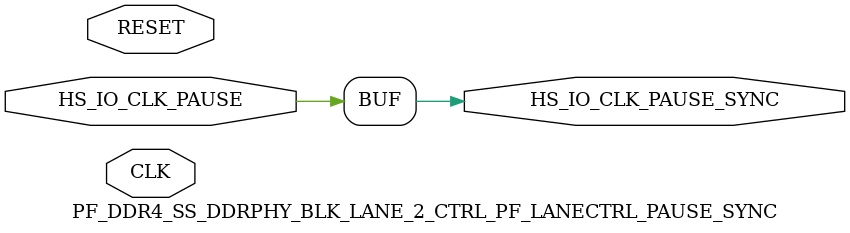
<source format=v>


module PF_DDR4_SS_DDRPHY_BLK_LANE_2_CTRL_PF_LANECTRL_PAUSE_SYNC( CLK, RESET, HS_IO_CLK_PAUSE, HS_IO_CLK_PAUSE_SYNC );
	
	input CLK, RESET, HS_IO_CLK_PAUSE;
	output HS_IO_CLK_PAUSE_SYNC;

	parameter ENABLE_PAUSE_EXTENSION = 2'b00;

	reg pause_reg_0, pause_reg_1, pause;
	wire pause_sync_0_i;

	generate 
		if( ENABLE_PAUSE_EXTENSION == 3'b000 ) begin : feed
			assign HS_IO_CLK_PAUSE_SYNC = HS_IO_CLK_PAUSE;
		end else if( ENABLE_PAUSE_EXTENSION == 3'b001 ) begin : pipe
			(* HS_IO_CLK_PAUSE_SYNC = 1, syn_keep = 1 *) SLE pause_sync_0(
				.CLK( CLK ),
				.D( HS_IO_CLK_PAUSE ),
				.Q( pause_sync_0_i ),
				.LAT( 1'b0 ),
				.EN( 1'b1 ),
				.ALn( ~RESET ),
				.ADn( 1'b1 ),
				.SLn( 1'b1 ),
				.SD( 1'b0 )
				);

			(* HS_IO_CLK_PAUSE_SYNC = 1, syn_keep = 1 *) SLE pause_sync (
				.CLK( CLK ),
				.D( pause_sync_0_i ),
				.Q( HS_IO_CLK_PAUSE_SYNC ),
				.LAT( 1'b0 ),
				.EN( 1'b1 ),
				.ALn( ~RESET ),
				.ADn( 1'b1 ),
				.SLn( 1'b1 ),
				.SD( 1'b0 )
				);
		end else if ( ENABLE_PAUSE_EXTENSION == 3'b010 ) begin : ext_pipe
			always @(posedge CLK or posedge RESET) begin : ext
				if( RESET == 1'b1 ) begin
					pause_reg_0 <= 1'b0;
					pause_reg_1 <= 1'b0;
					pause <= 1'b0;
				end else begin
					pause_reg_0 <= HS_IO_CLK_PAUSE;
					pause_reg_1 <= pause_reg_0;
					if( HS_IO_CLK_PAUSE == 1'b0 && pause_reg_0 ==1'b1 && pause_reg_1 == 1'b0 )
						pause <= 1'b1; // Extend by 1 cycle if the pulse is less than a cycle
					else
						pause <= HS_IO_CLK_PAUSE;
				end
			end

			(* HS_IO_CLK_PAUSE_SYNC = 1, syn_keep = 1 *) SLE pause_sync (
				.CLK( CLK ),
				.D( pause ),
				.Q( HS_IO_CLK_PAUSE_SYNC ),
				.LAT( 1'b0 ),
				.EN( 1'b1 ),
				.ALn( ~RESET ),
				.ADn( 1'b1 ),
				.SLn( 1'b1 ),
				.SD( 1'b0 )
				);
		end else if ( ENABLE_PAUSE_EXTENSION == 3'b011 ) begin : pipe_fall 
			(* HS_IO_CLK_PAUSE_SYNC = 1, syn_keep = 1 *) SLE pause_sync_0 (
				.CLK( CLK ),
				.D( HS_IO_CLK_PAUSE ),
				.Q( pause_sync_0_i ),
				.LAT( 1'b0 ),
				.EN( 1'b1 ),
				.ALn( ~RESET ),
				.ADn( 1'b1 ),
				.SLn( 1'b1 ),
				.SD( 1'b0 )
				);

			(* HS_IO_CLK_PAUSE_SYNC = 1, syn_keep = 1 *) SLE pause_sync (
				.CLK( ~CLK ),
				.D( pause_sync_0_i ),
				.Q( HS_IO_CLK_PAUSE_SYNC ),
				.LAT( 1'b0 ),
				.EN( 1'b1 ),
				.ALn( ~RESET ),
				.ADn( 1'b1 ),
				.SLn( 1'b1 ),
				.SD( 1'b0 )
				);
		end else if ( ENABLE_PAUSE_EXTENSION == 3'b100 ) begin : ext_pipe_fall 
			always @(posedge CLK or posedge RESET) begin : ext
				if( RESET == 1'b1 ) begin
					pause_reg_0 <= 1'b0;
					pause_reg_1 <= 1'b0;
					pause <= 1'b0;
				end else begin
					pause_reg_0 <= HS_IO_CLK_PAUSE;
					pause_reg_1 <= pause_reg_0;
					if( HS_IO_CLK_PAUSE == 1'b0 && pause_reg_0 ==1'b1 && pause_reg_1 == 1'b0 )
						pause <= 1'b1; // Extend by 1 cycle if the pulse is less than a cycle
					else
						pause <= HS_IO_CLK_PAUSE;
				end
			end

			(* HS_IO_CLK_PAUSE_SYNC = 1, syn_keep = 1 *) SLE pause_sync (
				.CLK( ~CLK ),
				.D( pause ),
				.Q( HS_IO_CLK_PAUSE_SYNC ),
				.LAT( 1'b0 ),
				.EN( 1'b1 ),
				.ALn( ~RESET ),
				.ADn( 1'b1 ),
				.SLn( 1'b1 ),
				.SD( 1'b0 )
				);
		end
	endgenerate

endmodule
</source>
